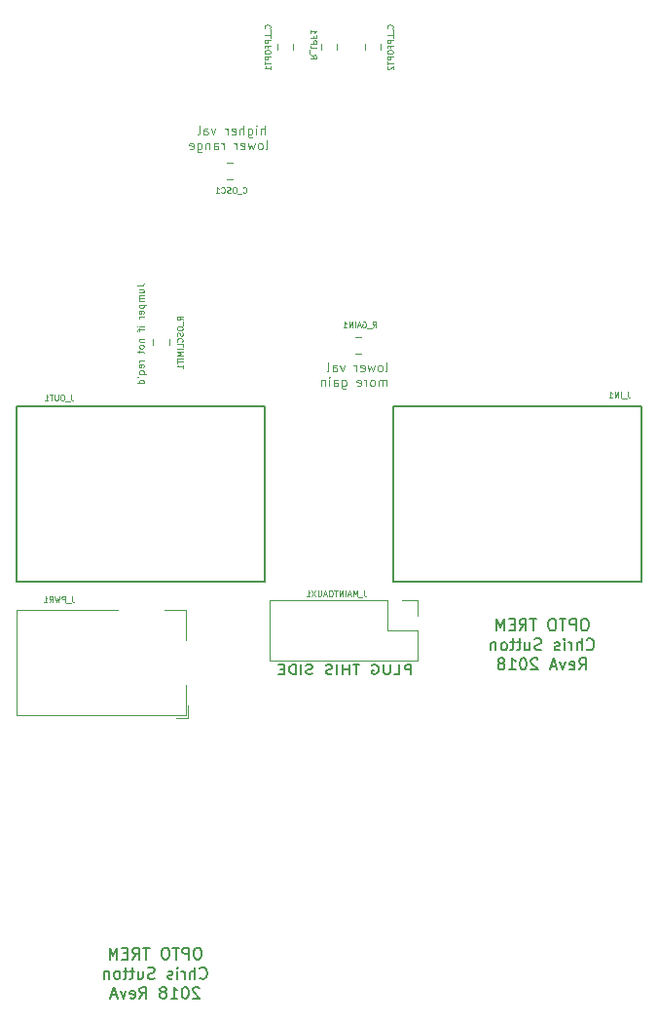
<source format=gbr>
G04 #@! TF.GenerationSoftware,KiCad,Pcbnew,(5.0.0-3-g5ebb6b6)*
G04 #@! TF.CreationDate,2018-11-10T02:34:20+00:00*
G04 #@! TF.ProjectId,555PWMTremolo,35353550574D5472656D6F6C6F2E6B69,rev?*
G04 #@! TF.SameCoordinates,Original*
G04 #@! TF.FileFunction,Legend,Bot*
G04 #@! TF.FilePolarity,Positive*
%FSLAX46Y46*%
G04 Gerber Fmt 4.6, Leading zero omitted, Abs format (unit mm)*
G04 Created by KiCad (PCBNEW (5.0.0-3-g5ebb6b6)) date Saturday, 10 November 2018 at 02:34:20*
%MOMM*%
%LPD*%
G01*
G04 APERTURE LIST*
%ADD10C,0.100000*%
%ADD11C,0.200000*%
%ADD12C,0.120000*%
%ADD13C,0.150000*%
%ADD14C,0.125000*%
G04 APERTURE END LIST*
D10*
X75043904Y-86833904D02*
X75043904Y-86033904D01*
X74701047Y-86833904D02*
X74701047Y-86414857D01*
X74739142Y-86338666D01*
X74815333Y-86300571D01*
X74929619Y-86300571D01*
X75005809Y-86338666D01*
X75043904Y-86376761D01*
X74320095Y-86833904D02*
X74320095Y-86300571D01*
X74320095Y-86033904D02*
X74358190Y-86072000D01*
X74320095Y-86110095D01*
X74282000Y-86072000D01*
X74320095Y-86033904D01*
X74320095Y-86110095D01*
X73596285Y-86300571D02*
X73596285Y-86948190D01*
X73634380Y-87024380D01*
X73672476Y-87062476D01*
X73748666Y-87100571D01*
X73862952Y-87100571D01*
X73939142Y-87062476D01*
X73596285Y-86795809D02*
X73672476Y-86833904D01*
X73824857Y-86833904D01*
X73901047Y-86795809D01*
X73939142Y-86757714D01*
X73977238Y-86681523D01*
X73977238Y-86452952D01*
X73939142Y-86376761D01*
X73901047Y-86338666D01*
X73824857Y-86300571D01*
X73672476Y-86300571D01*
X73596285Y-86338666D01*
X73215333Y-86833904D02*
X73215333Y-86033904D01*
X72872476Y-86833904D02*
X72872476Y-86414857D01*
X72910571Y-86338666D01*
X72986761Y-86300571D01*
X73101047Y-86300571D01*
X73177238Y-86338666D01*
X73215333Y-86376761D01*
X72186761Y-86795809D02*
X72262952Y-86833904D01*
X72415333Y-86833904D01*
X72491523Y-86795809D01*
X72529619Y-86719619D01*
X72529619Y-86414857D01*
X72491523Y-86338666D01*
X72415333Y-86300571D01*
X72262952Y-86300571D01*
X72186761Y-86338666D01*
X72148666Y-86414857D01*
X72148666Y-86491047D01*
X72529619Y-86567238D01*
X71805809Y-86833904D02*
X71805809Y-86300571D01*
X71805809Y-86452952D02*
X71767714Y-86376761D01*
X71729619Y-86338666D01*
X71653428Y-86300571D01*
X71577238Y-86300571D01*
X70777238Y-86300571D02*
X70586761Y-86833904D01*
X70396285Y-86300571D01*
X69748666Y-86833904D02*
X69748666Y-86414857D01*
X69786761Y-86338666D01*
X69862952Y-86300571D01*
X70015333Y-86300571D01*
X70091523Y-86338666D01*
X69748666Y-86795809D02*
X69824857Y-86833904D01*
X70015333Y-86833904D01*
X70091523Y-86795809D01*
X70129619Y-86719619D01*
X70129619Y-86643428D01*
X70091523Y-86567238D01*
X70015333Y-86529142D01*
X69824857Y-86529142D01*
X69748666Y-86491047D01*
X69253428Y-86833904D02*
X69329619Y-86795809D01*
X69367714Y-86719619D01*
X69367714Y-86033904D01*
X75139142Y-88133904D02*
X75215333Y-88095809D01*
X75253428Y-88019619D01*
X75253428Y-87333904D01*
X74720095Y-88133904D02*
X74796285Y-88095809D01*
X74834380Y-88057714D01*
X74872476Y-87981523D01*
X74872476Y-87752952D01*
X74834380Y-87676761D01*
X74796285Y-87638666D01*
X74720095Y-87600571D01*
X74605809Y-87600571D01*
X74529619Y-87638666D01*
X74491523Y-87676761D01*
X74453428Y-87752952D01*
X74453428Y-87981523D01*
X74491523Y-88057714D01*
X74529619Y-88095809D01*
X74605809Y-88133904D01*
X74720095Y-88133904D01*
X74186761Y-87600571D02*
X74034380Y-88133904D01*
X73882000Y-87752952D01*
X73729619Y-88133904D01*
X73577238Y-87600571D01*
X72967714Y-88095809D02*
X73043904Y-88133904D01*
X73196285Y-88133904D01*
X73272476Y-88095809D01*
X73310571Y-88019619D01*
X73310571Y-87714857D01*
X73272476Y-87638666D01*
X73196285Y-87600571D01*
X73043904Y-87600571D01*
X72967714Y-87638666D01*
X72929619Y-87714857D01*
X72929619Y-87791047D01*
X73310571Y-87867238D01*
X72586761Y-88133904D02*
X72586761Y-87600571D01*
X72586761Y-87752952D02*
X72548666Y-87676761D01*
X72510571Y-87638666D01*
X72434380Y-87600571D01*
X72358190Y-87600571D01*
X71482000Y-88133904D02*
X71482000Y-87600571D01*
X71482000Y-87752952D02*
X71443904Y-87676761D01*
X71405809Y-87638666D01*
X71329619Y-87600571D01*
X71253428Y-87600571D01*
X70643904Y-88133904D02*
X70643904Y-87714857D01*
X70682000Y-87638666D01*
X70758190Y-87600571D01*
X70910571Y-87600571D01*
X70986761Y-87638666D01*
X70643904Y-88095809D02*
X70720095Y-88133904D01*
X70910571Y-88133904D01*
X70986761Y-88095809D01*
X71024857Y-88019619D01*
X71024857Y-87943428D01*
X70986761Y-87867238D01*
X70910571Y-87829142D01*
X70720095Y-87829142D01*
X70643904Y-87791047D01*
X70262952Y-87600571D02*
X70262952Y-88133904D01*
X70262952Y-87676761D02*
X70224857Y-87638666D01*
X70148666Y-87600571D01*
X70034380Y-87600571D01*
X69958190Y-87638666D01*
X69920095Y-87714857D01*
X69920095Y-88133904D01*
X69196285Y-87600571D02*
X69196285Y-88248190D01*
X69234380Y-88324380D01*
X69272476Y-88362476D01*
X69348666Y-88400571D01*
X69462952Y-88400571D01*
X69539142Y-88362476D01*
X69196285Y-88095809D02*
X69272476Y-88133904D01*
X69424857Y-88133904D01*
X69501047Y-88095809D01*
X69539142Y-88057714D01*
X69577238Y-87981523D01*
X69577238Y-87752952D01*
X69539142Y-87676761D01*
X69501047Y-87638666D01*
X69424857Y-87600571D01*
X69272476Y-87600571D01*
X69196285Y-87638666D01*
X68510571Y-88095809D02*
X68586761Y-88133904D01*
X68739142Y-88133904D01*
X68815333Y-88095809D01*
X68853428Y-88019619D01*
X68853428Y-87714857D01*
X68815333Y-87638666D01*
X68739142Y-87600571D01*
X68586761Y-87600571D01*
X68510571Y-87638666D01*
X68472476Y-87714857D01*
X68472476Y-87791047D01*
X68853428Y-87867238D01*
X85565904Y-107407904D02*
X85642095Y-107369809D01*
X85680190Y-107293619D01*
X85680190Y-106607904D01*
X85146857Y-107407904D02*
X85223047Y-107369809D01*
X85261142Y-107331714D01*
X85299238Y-107255523D01*
X85299238Y-107026952D01*
X85261142Y-106950761D01*
X85223047Y-106912666D01*
X85146857Y-106874571D01*
X85032571Y-106874571D01*
X84956380Y-106912666D01*
X84918285Y-106950761D01*
X84880190Y-107026952D01*
X84880190Y-107255523D01*
X84918285Y-107331714D01*
X84956380Y-107369809D01*
X85032571Y-107407904D01*
X85146857Y-107407904D01*
X84613523Y-106874571D02*
X84461142Y-107407904D01*
X84308761Y-107026952D01*
X84156380Y-107407904D01*
X84004000Y-106874571D01*
X83394476Y-107369809D02*
X83470666Y-107407904D01*
X83623047Y-107407904D01*
X83699238Y-107369809D01*
X83737333Y-107293619D01*
X83737333Y-106988857D01*
X83699238Y-106912666D01*
X83623047Y-106874571D01*
X83470666Y-106874571D01*
X83394476Y-106912666D01*
X83356380Y-106988857D01*
X83356380Y-107065047D01*
X83737333Y-107141238D01*
X83013523Y-107407904D02*
X83013523Y-106874571D01*
X83013523Y-107026952D02*
X82975428Y-106950761D01*
X82937333Y-106912666D01*
X82861142Y-106874571D01*
X82784952Y-106874571D01*
X81984952Y-106874571D02*
X81794476Y-107407904D01*
X81604000Y-106874571D01*
X80956380Y-107407904D02*
X80956380Y-106988857D01*
X80994476Y-106912666D01*
X81070666Y-106874571D01*
X81223047Y-106874571D01*
X81299238Y-106912666D01*
X80956380Y-107369809D02*
X81032571Y-107407904D01*
X81223047Y-107407904D01*
X81299238Y-107369809D01*
X81337333Y-107293619D01*
X81337333Y-107217428D01*
X81299238Y-107141238D01*
X81223047Y-107103142D01*
X81032571Y-107103142D01*
X80956380Y-107065047D01*
X80461142Y-107407904D02*
X80537333Y-107369809D01*
X80575428Y-107293619D01*
X80575428Y-106607904D01*
X85680190Y-108707904D02*
X85680190Y-108174571D01*
X85680190Y-108250761D02*
X85642095Y-108212666D01*
X85565904Y-108174571D01*
X85451619Y-108174571D01*
X85375428Y-108212666D01*
X85337333Y-108288857D01*
X85337333Y-108707904D01*
X85337333Y-108288857D02*
X85299238Y-108212666D01*
X85223047Y-108174571D01*
X85108761Y-108174571D01*
X85032571Y-108212666D01*
X84994476Y-108288857D01*
X84994476Y-108707904D01*
X84499238Y-108707904D02*
X84575428Y-108669809D01*
X84613523Y-108631714D01*
X84651619Y-108555523D01*
X84651619Y-108326952D01*
X84613523Y-108250761D01*
X84575428Y-108212666D01*
X84499238Y-108174571D01*
X84384952Y-108174571D01*
X84308761Y-108212666D01*
X84270666Y-108250761D01*
X84232571Y-108326952D01*
X84232571Y-108555523D01*
X84270666Y-108631714D01*
X84308761Y-108669809D01*
X84384952Y-108707904D01*
X84499238Y-108707904D01*
X83889714Y-108707904D02*
X83889714Y-108174571D01*
X83889714Y-108326952D02*
X83851619Y-108250761D01*
X83813523Y-108212666D01*
X83737333Y-108174571D01*
X83661142Y-108174571D01*
X83089714Y-108669809D02*
X83165904Y-108707904D01*
X83318285Y-108707904D01*
X83394476Y-108669809D01*
X83432571Y-108593619D01*
X83432571Y-108288857D01*
X83394476Y-108212666D01*
X83318285Y-108174571D01*
X83165904Y-108174571D01*
X83089714Y-108212666D01*
X83051619Y-108288857D01*
X83051619Y-108365047D01*
X83432571Y-108441238D01*
X81756380Y-108174571D02*
X81756380Y-108822190D01*
X81794476Y-108898380D01*
X81832571Y-108936476D01*
X81908761Y-108974571D01*
X82023047Y-108974571D01*
X82099238Y-108936476D01*
X81756380Y-108669809D02*
X81832571Y-108707904D01*
X81984952Y-108707904D01*
X82061142Y-108669809D01*
X82099238Y-108631714D01*
X82137333Y-108555523D01*
X82137333Y-108326952D01*
X82099238Y-108250761D01*
X82061142Y-108212666D01*
X81984952Y-108174571D01*
X81832571Y-108174571D01*
X81756380Y-108212666D01*
X81032571Y-108707904D02*
X81032571Y-108288857D01*
X81070666Y-108212666D01*
X81146857Y-108174571D01*
X81299238Y-108174571D01*
X81375428Y-108212666D01*
X81032571Y-108669809D02*
X81108761Y-108707904D01*
X81299238Y-108707904D01*
X81375428Y-108669809D01*
X81413523Y-108593619D01*
X81413523Y-108517428D01*
X81375428Y-108441238D01*
X81299238Y-108403142D01*
X81108761Y-108403142D01*
X81032571Y-108365047D01*
X80651619Y-108707904D02*
X80651619Y-108174571D01*
X80651619Y-107907904D02*
X80689714Y-107946000D01*
X80651619Y-107984095D01*
X80613523Y-107946000D01*
X80651619Y-107907904D01*
X80651619Y-107984095D01*
X80270666Y-108174571D02*
X80270666Y-108707904D01*
X80270666Y-108250761D02*
X80232571Y-108212666D01*
X80156380Y-108174571D01*
X80042095Y-108174571D01*
X79965904Y-108212666D01*
X79927809Y-108288857D01*
X79927809Y-108707904D01*
X63933428Y-99997142D02*
X64362000Y-99997142D01*
X64447714Y-99968571D01*
X64504857Y-99911428D01*
X64533428Y-99825714D01*
X64533428Y-99768571D01*
X64133428Y-100540000D02*
X64533428Y-100540000D01*
X64133428Y-100282857D02*
X64447714Y-100282857D01*
X64504857Y-100311428D01*
X64533428Y-100368571D01*
X64533428Y-100454285D01*
X64504857Y-100511428D01*
X64476285Y-100540000D01*
X64533428Y-100825714D02*
X64133428Y-100825714D01*
X64190571Y-100825714D02*
X64162000Y-100854285D01*
X64133428Y-100911428D01*
X64133428Y-100997142D01*
X64162000Y-101054285D01*
X64219142Y-101082857D01*
X64533428Y-101082857D01*
X64219142Y-101082857D02*
X64162000Y-101111428D01*
X64133428Y-101168571D01*
X64133428Y-101254285D01*
X64162000Y-101311428D01*
X64219142Y-101340000D01*
X64533428Y-101340000D01*
X64133428Y-101625714D02*
X64733428Y-101625714D01*
X64162000Y-101625714D02*
X64133428Y-101682857D01*
X64133428Y-101797142D01*
X64162000Y-101854285D01*
X64190571Y-101882857D01*
X64247714Y-101911428D01*
X64419142Y-101911428D01*
X64476285Y-101882857D01*
X64504857Y-101854285D01*
X64533428Y-101797142D01*
X64533428Y-101682857D01*
X64504857Y-101625714D01*
X64504857Y-102397142D02*
X64533428Y-102340000D01*
X64533428Y-102225714D01*
X64504857Y-102168571D01*
X64447714Y-102140000D01*
X64219142Y-102140000D01*
X64162000Y-102168571D01*
X64133428Y-102225714D01*
X64133428Y-102340000D01*
X64162000Y-102397142D01*
X64219142Y-102425714D01*
X64276285Y-102425714D01*
X64333428Y-102140000D01*
X64533428Y-102682857D02*
X64133428Y-102682857D01*
X64247714Y-102682857D02*
X64190571Y-102711428D01*
X64162000Y-102740000D01*
X64133428Y-102797142D01*
X64133428Y-102854285D01*
X64533428Y-103511428D02*
X64133428Y-103511428D01*
X63933428Y-103511428D02*
X63962000Y-103482857D01*
X63990571Y-103511428D01*
X63962000Y-103540000D01*
X63933428Y-103511428D01*
X63990571Y-103511428D01*
X64133428Y-103711428D02*
X64133428Y-103940000D01*
X64533428Y-103797142D02*
X64019142Y-103797142D01*
X63962000Y-103825714D01*
X63933428Y-103882857D01*
X63933428Y-103940000D01*
X64133428Y-104597142D02*
X64533428Y-104597142D01*
X64190571Y-104597142D02*
X64162000Y-104625714D01*
X64133428Y-104682857D01*
X64133428Y-104768571D01*
X64162000Y-104825714D01*
X64219142Y-104854285D01*
X64533428Y-104854285D01*
X64533428Y-105225714D02*
X64504857Y-105168571D01*
X64476285Y-105140000D01*
X64419142Y-105111428D01*
X64247714Y-105111428D01*
X64190571Y-105140000D01*
X64162000Y-105168571D01*
X64133428Y-105225714D01*
X64133428Y-105311428D01*
X64162000Y-105368571D01*
X64190571Y-105397142D01*
X64247714Y-105425714D01*
X64419142Y-105425714D01*
X64476285Y-105397142D01*
X64504857Y-105368571D01*
X64533428Y-105311428D01*
X64533428Y-105225714D01*
X64133428Y-105597142D02*
X64133428Y-105825714D01*
X63933428Y-105682857D02*
X64447714Y-105682857D01*
X64504857Y-105711428D01*
X64533428Y-105768571D01*
X64533428Y-105825714D01*
X64533428Y-106482857D02*
X64133428Y-106482857D01*
X64247714Y-106482857D02*
X64190571Y-106511428D01*
X64162000Y-106540000D01*
X64133428Y-106597142D01*
X64133428Y-106654285D01*
X64504857Y-107082857D02*
X64533428Y-107025714D01*
X64533428Y-106911428D01*
X64504857Y-106854285D01*
X64447714Y-106825714D01*
X64219142Y-106825714D01*
X64162000Y-106854285D01*
X64133428Y-106911428D01*
X64133428Y-107025714D01*
X64162000Y-107082857D01*
X64219142Y-107111428D01*
X64276285Y-107111428D01*
X64333428Y-106825714D01*
X64133428Y-107625714D02*
X64733428Y-107625714D01*
X64504857Y-107625714D02*
X64533428Y-107568571D01*
X64533428Y-107454285D01*
X64504857Y-107397142D01*
X64476285Y-107368571D01*
X64419142Y-107340000D01*
X64247714Y-107340000D01*
X64190571Y-107368571D01*
X64162000Y-107397142D01*
X64133428Y-107454285D01*
X64133428Y-107568571D01*
X64162000Y-107625714D01*
X63933428Y-107940000D02*
X63962000Y-107940000D01*
X64019142Y-107911428D01*
X64047714Y-107882857D01*
X64533428Y-108454285D02*
X63933428Y-108454285D01*
X64504857Y-108454285D02*
X64533428Y-108397142D01*
X64533428Y-108282857D01*
X64504857Y-108225714D01*
X64476285Y-108197142D01*
X64419142Y-108168571D01*
X64247714Y-108168571D01*
X64190571Y-108197142D01*
X64162000Y-108225714D01*
X64133428Y-108282857D01*
X64133428Y-108397142D01*
X64162000Y-108454285D01*
D11*
X87780095Y-133711904D02*
X87780095Y-132911904D01*
X87399142Y-132911904D01*
X87303904Y-132950000D01*
X87256285Y-132988095D01*
X87208666Y-133064285D01*
X87208666Y-133178571D01*
X87256285Y-133254761D01*
X87303904Y-133292857D01*
X87399142Y-133330952D01*
X87780095Y-133330952D01*
X86303904Y-133711904D02*
X86780095Y-133711904D01*
X86780095Y-132911904D01*
X85970571Y-132911904D02*
X85970571Y-133559523D01*
X85922952Y-133635714D01*
X85875333Y-133673809D01*
X85780095Y-133711904D01*
X85589619Y-133711904D01*
X85494380Y-133673809D01*
X85446761Y-133635714D01*
X85399142Y-133559523D01*
X85399142Y-132911904D01*
X84399142Y-132950000D02*
X84494380Y-132911904D01*
X84637238Y-132911904D01*
X84780095Y-132950000D01*
X84875333Y-133026190D01*
X84922952Y-133102380D01*
X84970571Y-133254761D01*
X84970571Y-133369047D01*
X84922952Y-133521428D01*
X84875333Y-133597619D01*
X84780095Y-133673809D01*
X84637238Y-133711904D01*
X84542000Y-133711904D01*
X84399142Y-133673809D01*
X84351523Y-133635714D01*
X84351523Y-133369047D01*
X84542000Y-133369047D01*
X83303904Y-132911904D02*
X82732476Y-132911904D01*
X83018190Y-133711904D02*
X83018190Y-132911904D01*
X82399142Y-133711904D02*
X82399142Y-132911904D01*
X82399142Y-133292857D02*
X81827714Y-133292857D01*
X81827714Y-133711904D02*
X81827714Y-132911904D01*
X81351523Y-133711904D02*
X81351523Y-132911904D01*
X80922952Y-133673809D02*
X80780095Y-133711904D01*
X80542000Y-133711904D01*
X80446761Y-133673809D01*
X80399142Y-133635714D01*
X80351523Y-133559523D01*
X80351523Y-133483333D01*
X80399142Y-133407142D01*
X80446761Y-133369047D01*
X80542000Y-133330952D01*
X80732476Y-133292857D01*
X80827714Y-133254761D01*
X80875333Y-133216666D01*
X80922952Y-133140476D01*
X80922952Y-133064285D01*
X80875333Y-132988095D01*
X80827714Y-132950000D01*
X80732476Y-132911904D01*
X80494380Y-132911904D01*
X80351523Y-132950000D01*
X79208666Y-133673809D02*
X79065809Y-133711904D01*
X78827714Y-133711904D01*
X78732476Y-133673809D01*
X78684857Y-133635714D01*
X78637238Y-133559523D01*
X78637238Y-133483333D01*
X78684857Y-133407142D01*
X78732476Y-133369047D01*
X78827714Y-133330952D01*
X79018190Y-133292857D01*
X79113428Y-133254761D01*
X79161047Y-133216666D01*
X79208666Y-133140476D01*
X79208666Y-133064285D01*
X79161047Y-132988095D01*
X79113428Y-132950000D01*
X79018190Y-132911904D01*
X78780095Y-132911904D01*
X78637238Y-132950000D01*
X78208666Y-133711904D02*
X78208666Y-132911904D01*
X77732476Y-133711904D02*
X77732476Y-132911904D01*
X77494380Y-132911904D01*
X77351523Y-132950000D01*
X77256285Y-133026190D01*
X77208666Y-133102380D01*
X77161047Y-133254761D01*
X77161047Y-133369047D01*
X77208666Y-133521428D01*
X77256285Y-133597619D01*
X77351523Y-133673809D01*
X77494380Y-133711904D01*
X77732476Y-133711904D01*
X76732476Y-133292857D02*
X76399142Y-133292857D01*
X76256285Y-133711904D02*
X76732476Y-133711904D01*
X76732476Y-132911904D01*
X76256285Y-132911904D01*
X102972714Y-128943380D02*
X102782238Y-128943380D01*
X102687000Y-128991000D01*
X102591761Y-129086238D01*
X102544142Y-129276714D01*
X102544142Y-129610047D01*
X102591761Y-129800523D01*
X102687000Y-129895761D01*
X102782238Y-129943380D01*
X102972714Y-129943380D01*
X103067952Y-129895761D01*
X103163190Y-129800523D01*
X103210809Y-129610047D01*
X103210809Y-129276714D01*
X103163190Y-129086238D01*
X103067952Y-128991000D01*
X102972714Y-128943380D01*
X102115571Y-129943380D02*
X102115571Y-128943380D01*
X101734619Y-128943380D01*
X101639380Y-128991000D01*
X101591761Y-129038619D01*
X101544142Y-129133857D01*
X101544142Y-129276714D01*
X101591761Y-129371952D01*
X101639380Y-129419571D01*
X101734619Y-129467190D01*
X102115571Y-129467190D01*
X101258428Y-128943380D02*
X100687000Y-128943380D01*
X100972714Y-129943380D02*
X100972714Y-128943380D01*
X100163190Y-128943380D02*
X99972714Y-128943380D01*
X99877476Y-128991000D01*
X99782238Y-129086238D01*
X99734619Y-129276714D01*
X99734619Y-129610047D01*
X99782238Y-129800523D01*
X99877476Y-129895761D01*
X99972714Y-129943380D01*
X100163190Y-129943380D01*
X100258428Y-129895761D01*
X100353666Y-129800523D01*
X100401285Y-129610047D01*
X100401285Y-129276714D01*
X100353666Y-129086238D01*
X100258428Y-128991000D01*
X100163190Y-128943380D01*
X98687000Y-128943380D02*
X98115571Y-128943380D01*
X98401285Y-129943380D02*
X98401285Y-128943380D01*
X97210809Y-129943380D02*
X97544142Y-129467190D01*
X97782238Y-129943380D02*
X97782238Y-128943380D01*
X97401285Y-128943380D01*
X97306047Y-128991000D01*
X97258428Y-129038619D01*
X97210809Y-129133857D01*
X97210809Y-129276714D01*
X97258428Y-129371952D01*
X97306047Y-129419571D01*
X97401285Y-129467190D01*
X97782238Y-129467190D01*
X96782238Y-129419571D02*
X96448904Y-129419571D01*
X96306047Y-129943380D02*
X96782238Y-129943380D01*
X96782238Y-128943380D01*
X96306047Y-128943380D01*
X95877476Y-129943380D02*
X95877476Y-128943380D01*
X95544142Y-129657666D01*
X95210809Y-128943380D01*
X95210809Y-129943380D01*
X103067952Y-131548142D02*
X103115571Y-131595761D01*
X103258428Y-131643380D01*
X103353666Y-131643380D01*
X103496523Y-131595761D01*
X103591761Y-131500523D01*
X103639380Y-131405285D01*
X103687000Y-131214809D01*
X103687000Y-131071952D01*
X103639380Y-130881476D01*
X103591761Y-130786238D01*
X103496523Y-130691000D01*
X103353666Y-130643380D01*
X103258428Y-130643380D01*
X103115571Y-130691000D01*
X103067952Y-130738619D01*
X102639380Y-131643380D02*
X102639380Y-130643380D01*
X102210809Y-131643380D02*
X102210809Y-131119571D01*
X102258428Y-131024333D01*
X102353666Y-130976714D01*
X102496523Y-130976714D01*
X102591761Y-131024333D01*
X102639380Y-131071952D01*
X101734619Y-131643380D02*
X101734619Y-130976714D01*
X101734619Y-131167190D02*
X101687000Y-131071952D01*
X101639380Y-131024333D01*
X101544142Y-130976714D01*
X101448904Y-130976714D01*
X101115571Y-131643380D02*
X101115571Y-130976714D01*
X101115571Y-130643380D02*
X101163190Y-130691000D01*
X101115571Y-130738619D01*
X101067952Y-130691000D01*
X101115571Y-130643380D01*
X101115571Y-130738619D01*
X100687000Y-131595761D02*
X100591761Y-131643380D01*
X100401285Y-131643380D01*
X100306047Y-131595761D01*
X100258428Y-131500523D01*
X100258428Y-131452904D01*
X100306047Y-131357666D01*
X100401285Y-131310047D01*
X100544142Y-131310047D01*
X100639380Y-131262428D01*
X100687000Y-131167190D01*
X100687000Y-131119571D01*
X100639380Y-131024333D01*
X100544142Y-130976714D01*
X100401285Y-130976714D01*
X100306047Y-131024333D01*
X99115571Y-131595761D02*
X98972714Y-131643380D01*
X98734619Y-131643380D01*
X98639380Y-131595761D01*
X98591761Y-131548142D01*
X98544142Y-131452904D01*
X98544142Y-131357666D01*
X98591761Y-131262428D01*
X98639380Y-131214809D01*
X98734619Y-131167190D01*
X98925095Y-131119571D01*
X99020333Y-131071952D01*
X99067952Y-131024333D01*
X99115571Y-130929095D01*
X99115571Y-130833857D01*
X99067952Y-130738619D01*
X99020333Y-130691000D01*
X98925095Y-130643380D01*
X98687000Y-130643380D01*
X98544142Y-130691000D01*
X97687000Y-130976714D02*
X97687000Y-131643380D01*
X98115571Y-130976714D02*
X98115571Y-131500523D01*
X98067952Y-131595761D01*
X97972714Y-131643380D01*
X97829857Y-131643380D01*
X97734619Y-131595761D01*
X97687000Y-131548142D01*
X97353666Y-130976714D02*
X96972714Y-130976714D01*
X97210809Y-130643380D02*
X97210809Y-131500523D01*
X97163190Y-131595761D01*
X97067952Y-131643380D01*
X96972714Y-131643380D01*
X96782238Y-130976714D02*
X96401285Y-130976714D01*
X96639380Y-130643380D02*
X96639380Y-131500523D01*
X96591761Y-131595761D01*
X96496523Y-131643380D01*
X96401285Y-131643380D01*
X95925095Y-131643380D02*
X96020333Y-131595761D01*
X96067952Y-131548142D01*
X96115571Y-131452904D01*
X96115571Y-131167190D01*
X96067952Y-131071952D01*
X96020333Y-131024333D01*
X95925095Y-130976714D01*
X95782238Y-130976714D01*
X95687000Y-131024333D01*
X95639380Y-131071952D01*
X95591761Y-131167190D01*
X95591761Y-131452904D01*
X95639380Y-131548142D01*
X95687000Y-131595761D01*
X95782238Y-131643380D01*
X95925095Y-131643380D01*
X95163190Y-130976714D02*
X95163190Y-131643380D01*
X95163190Y-131071952D02*
X95115571Y-131024333D01*
X95020333Y-130976714D01*
X94877476Y-130976714D01*
X94782238Y-131024333D01*
X94734619Y-131119571D01*
X94734619Y-131643380D01*
X102401285Y-133343380D02*
X102734619Y-132867190D01*
X102972714Y-133343380D02*
X102972714Y-132343380D01*
X102591761Y-132343380D01*
X102496523Y-132391000D01*
X102448904Y-132438619D01*
X102401285Y-132533857D01*
X102401285Y-132676714D01*
X102448904Y-132771952D01*
X102496523Y-132819571D01*
X102591761Y-132867190D01*
X102972714Y-132867190D01*
X101591761Y-133295761D02*
X101687000Y-133343380D01*
X101877476Y-133343380D01*
X101972714Y-133295761D01*
X102020333Y-133200523D01*
X102020333Y-132819571D01*
X101972714Y-132724333D01*
X101877476Y-132676714D01*
X101687000Y-132676714D01*
X101591761Y-132724333D01*
X101544142Y-132819571D01*
X101544142Y-132914809D01*
X102020333Y-133010047D01*
X101210809Y-132676714D02*
X100972714Y-133343380D01*
X100734619Y-132676714D01*
X100401285Y-133057666D02*
X99925095Y-133057666D01*
X100496523Y-133343380D02*
X100163190Y-132343380D01*
X99829857Y-133343380D01*
X98782238Y-132438619D02*
X98734619Y-132391000D01*
X98639380Y-132343380D01*
X98401285Y-132343380D01*
X98306047Y-132391000D01*
X98258428Y-132438619D01*
X98210809Y-132533857D01*
X98210809Y-132629095D01*
X98258428Y-132771952D01*
X98829857Y-133343380D01*
X98210809Y-133343380D01*
X97591761Y-132343380D02*
X97496523Y-132343380D01*
X97401285Y-132391000D01*
X97353666Y-132438619D01*
X97306047Y-132533857D01*
X97258428Y-132724333D01*
X97258428Y-132962428D01*
X97306047Y-133152904D01*
X97353666Y-133248142D01*
X97401285Y-133295761D01*
X97496523Y-133343380D01*
X97591761Y-133343380D01*
X97687000Y-133295761D01*
X97734619Y-133248142D01*
X97782238Y-133152904D01*
X97829857Y-132962428D01*
X97829857Y-132724333D01*
X97782238Y-132533857D01*
X97734619Y-132438619D01*
X97687000Y-132391000D01*
X97591761Y-132343380D01*
X96306047Y-133343380D02*
X96877476Y-133343380D01*
X96591761Y-133343380D02*
X96591761Y-132343380D01*
X96687000Y-132486238D01*
X96782238Y-132581476D01*
X96877476Y-132629095D01*
X95734619Y-132771952D02*
X95829857Y-132724333D01*
X95877476Y-132676714D01*
X95925095Y-132581476D01*
X95925095Y-132533857D01*
X95877476Y-132438619D01*
X95829857Y-132391000D01*
X95734619Y-132343380D01*
X95544142Y-132343380D01*
X95448904Y-132391000D01*
X95401285Y-132438619D01*
X95353666Y-132533857D01*
X95353666Y-132581476D01*
X95401285Y-132676714D01*
X95448904Y-132724333D01*
X95544142Y-132771952D01*
X95734619Y-132771952D01*
X95829857Y-132819571D01*
X95877476Y-132867190D01*
X95925095Y-132962428D01*
X95925095Y-133152904D01*
X95877476Y-133248142D01*
X95829857Y-133295761D01*
X95734619Y-133343380D01*
X95544142Y-133343380D01*
X95448904Y-133295761D01*
X95401285Y-133248142D01*
X95353666Y-133152904D01*
X95353666Y-132962428D01*
X95401285Y-132867190D01*
X95448904Y-132819571D01*
X95544142Y-132771952D01*
X69317714Y-157518380D02*
X69127238Y-157518380D01*
X69032000Y-157566000D01*
X68936761Y-157661238D01*
X68889142Y-157851714D01*
X68889142Y-158185047D01*
X68936761Y-158375523D01*
X69032000Y-158470761D01*
X69127238Y-158518380D01*
X69317714Y-158518380D01*
X69412952Y-158470761D01*
X69508190Y-158375523D01*
X69555809Y-158185047D01*
X69555809Y-157851714D01*
X69508190Y-157661238D01*
X69412952Y-157566000D01*
X69317714Y-157518380D01*
X68460571Y-158518380D02*
X68460571Y-157518380D01*
X68079619Y-157518380D01*
X67984380Y-157566000D01*
X67936761Y-157613619D01*
X67889142Y-157708857D01*
X67889142Y-157851714D01*
X67936761Y-157946952D01*
X67984380Y-157994571D01*
X68079619Y-158042190D01*
X68460571Y-158042190D01*
X67603428Y-157518380D02*
X67032000Y-157518380D01*
X67317714Y-158518380D02*
X67317714Y-157518380D01*
X66508190Y-157518380D02*
X66317714Y-157518380D01*
X66222476Y-157566000D01*
X66127238Y-157661238D01*
X66079619Y-157851714D01*
X66079619Y-158185047D01*
X66127238Y-158375523D01*
X66222476Y-158470761D01*
X66317714Y-158518380D01*
X66508190Y-158518380D01*
X66603428Y-158470761D01*
X66698666Y-158375523D01*
X66746285Y-158185047D01*
X66746285Y-157851714D01*
X66698666Y-157661238D01*
X66603428Y-157566000D01*
X66508190Y-157518380D01*
X65032000Y-157518380D02*
X64460571Y-157518380D01*
X64746285Y-158518380D02*
X64746285Y-157518380D01*
X63555809Y-158518380D02*
X63889142Y-158042190D01*
X64127238Y-158518380D02*
X64127238Y-157518380D01*
X63746285Y-157518380D01*
X63651047Y-157566000D01*
X63603428Y-157613619D01*
X63555809Y-157708857D01*
X63555809Y-157851714D01*
X63603428Y-157946952D01*
X63651047Y-157994571D01*
X63746285Y-158042190D01*
X64127238Y-158042190D01*
X63127238Y-157994571D02*
X62793904Y-157994571D01*
X62651047Y-158518380D02*
X63127238Y-158518380D01*
X63127238Y-157518380D01*
X62651047Y-157518380D01*
X62222476Y-158518380D02*
X62222476Y-157518380D01*
X61889142Y-158232666D01*
X61555809Y-157518380D01*
X61555809Y-158518380D01*
X69412952Y-160123142D02*
X69460571Y-160170761D01*
X69603428Y-160218380D01*
X69698666Y-160218380D01*
X69841523Y-160170761D01*
X69936761Y-160075523D01*
X69984380Y-159980285D01*
X70032000Y-159789809D01*
X70032000Y-159646952D01*
X69984380Y-159456476D01*
X69936761Y-159361238D01*
X69841523Y-159266000D01*
X69698666Y-159218380D01*
X69603428Y-159218380D01*
X69460571Y-159266000D01*
X69412952Y-159313619D01*
X68984380Y-160218380D02*
X68984380Y-159218380D01*
X68555809Y-160218380D02*
X68555809Y-159694571D01*
X68603428Y-159599333D01*
X68698666Y-159551714D01*
X68841523Y-159551714D01*
X68936761Y-159599333D01*
X68984380Y-159646952D01*
X68079619Y-160218380D02*
X68079619Y-159551714D01*
X68079619Y-159742190D02*
X68032000Y-159646952D01*
X67984380Y-159599333D01*
X67889142Y-159551714D01*
X67793904Y-159551714D01*
X67460571Y-160218380D02*
X67460571Y-159551714D01*
X67460571Y-159218380D02*
X67508190Y-159266000D01*
X67460571Y-159313619D01*
X67412952Y-159266000D01*
X67460571Y-159218380D01*
X67460571Y-159313619D01*
X67032000Y-160170761D02*
X66936761Y-160218380D01*
X66746285Y-160218380D01*
X66651047Y-160170761D01*
X66603428Y-160075523D01*
X66603428Y-160027904D01*
X66651047Y-159932666D01*
X66746285Y-159885047D01*
X66889142Y-159885047D01*
X66984380Y-159837428D01*
X67032000Y-159742190D01*
X67032000Y-159694571D01*
X66984380Y-159599333D01*
X66889142Y-159551714D01*
X66746285Y-159551714D01*
X66651047Y-159599333D01*
X65460571Y-160170761D02*
X65317714Y-160218380D01*
X65079619Y-160218380D01*
X64984380Y-160170761D01*
X64936761Y-160123142D01*
X64889142Y-160027904D01*
X64889142Y-159932666D01*
X64936761Y-159837428D01*
X64984380Y-159789809D01*
X65079619Y-159742190D01*
X65270095Y-159694571D01*
X65365333Y-159646952D01*
X65412952Y-159599333D01*
X65460571Y-159504095D01*
X65460571Y-159408857D01*
X65412952Y-159313619D01*
X65365333Y-159266000D01*
X65270095Y-159218380D01*
X65031999Y-159218380D01*
X64889142Y-159266000D01*
X64031999Y-159551714D02*
X64031999Y-160218380D01*
X64460571Y-159551714D02*
X64460571Y-160075523D01*
X64412952Y-160170761D01*
X64317714Y-160218380D01*
X64174857Y-160218380D01*
X64079619Y-160170761D01*
X64031999Y-160123142D01*
X63698666Y-159551714D02*
X63317714Y-159551714D01*
X63555809Y-159218380D02*
X63555809Y-160075523D01*
X63508190Y-160170761D01*
X63412952Y-160218380D01*
X63317714Y-160218380D01*
X63127238Y-159551714D02*
X62746285Y-159551714D01*
X62984380Y-159218380D02*
X62984380Y-160075523D01*
X62936761Y-160170761D01*
X62841523Y-160218380D01*
X62746285Y-160218380D01*
X62270095Y-160218380D02*
X62365333Y-160170761D01*
X62412952Y-160123142D01*
X62460571Y-160027904D01*
X62460571Y-159742190D01*
X62412952Y-159646952D01*
X62365333Y-159599333D01*
X62270095Y-159551714D01*
X62127238Y-159551714D01*
X62031999Y-159599333D01*
X61984380Y-159646952D01*
X61936761Y-159742190D01*
X61936761Y-160027904D01*
X61984380Y-160123142D01*
X62031999Y-160170761D01*
X62127238Y-160218380D01*
X62270095Y-160218380D01*
X61508190Y-159551714D02*
X61508190Y-160218380D01*
X61508190Y-159646952D02*
X61460571Y-159599333D01*
X61365333Y-159551714D01*
X61222476Y-159551714D01*
X61127238Y-159599333D01*
X61079619Y-159694571D01*
X61079619Y-160218380D01*
X69365333Y-161013619D02*
X69317714Y-160966000D01*
X69222476Y-160918380D01*
X68984380Y-160918380D01*
X68889142Y-160966000D01*
X68841523Y-161013619D01*
X68793904Y-161108857D01*
X68793904Y-161204095D01*
X68841523Y-161346952D01*
X69412952Y-161918380D01*
X68793904Y-161918380D01*
X68174857Y-160918380D02*
X68079619Y-160918380D01*
X67984380Y-160966000D01*
X67936761Y-161013619D01*
X67889142Y-161108857D01*
X67841523Y-161299333D01*
X67841523Y-161537428D01*
X67889142Y-161727904D01*
X67936761Y-161823142D01*
X67984380Y-161870761D01*
X68079619Y-161918380D01*
X68174857Y-161918380D01*
X68270095Y-161870761D01*
X68317714Y-161823142D01*
X68365333Y-161727904D01*
X68412952Y-161537428D01*
X68412952Y-161299333D01*
X68365333Y-161108857D01*
X68317714Y-161013619D01*
X68270095Y-160966000D01*
X68174857Y-160918380D01*
X66889142Y-161918380D02*
X67460571Y-161918380D01*
X67174857Y-161918380D02*
X67174857Y-160918380D01*
X67270095Y-161061238D01*
X67365333Y-161156476D01*
X67460571Y-161204095D01*
X66317714Y-161346952D02*
X66412952Y-161299333D01*
X66460571Y-161251714D01*
X66508190Y-161156476D01*
X66508190Y-161108857D01*
X66460571Y-161013619D01*
X66412952Y-160966000D01*
X66317714Y-160918380D01*
X66127238Y-160918380D01*
X66032000Y-160966000D01*
X65984380Y-161013619D01*
X65936761Y-161108857D01*
X65936761Y-161156476D01*
X65984380Y-161251714D01*
X66032000Y-161299333D01*
X66127238Y-161346952D01*
X66317714Y-161346952D01*
X66412952Y-161394571D01*
X66460571Y-161442190D01*
X66508190Y-161537428D01*
X66508190Y-161727904D01*
X66460571Y-161823142D01*
X66412952Y-161870761D01*
X66317714Y-161918380D01*
X66127238Y-161918380D01*
X66032000Y-161870761D01*
X65984380Y-161823142D01*
X65936761Y-161727904D01*
X65936761Y-161537428D01*
X65984380Y-161442190D01*
X66032000Y-161394571D01*
X66127238Y-161346952D01*
X64174857Y-161918380D02*
X64508190Y-161442190D01*
X64746285Y-161918380D02*
X64746285Y-160918380D01*
X64365333Y-160918380D01*
X64270095Y-160966000D01*
X64222476Y-161013619D01*
X64174857Y-161108857D01*
X64174857Y-161251714D01*
X64222476Y-161346952D01*
X64270095Y-161394571D01*
X64365333Y-161442190D01*
X64746285Y-161442190D01*
X63365333Y-161870761D02*
X63460571Y-161918380D01*
X63651047Y-161918380D01*
X63746285Y-161870761D01*
X63793904Y-161775523D01*
X63793904Y-161394571D01*
X63746285Y-161299333D01*
X63651047Y-161251714D01*
X63460571Y-161251714D01*
X63365333Y-161299333D01*
X63317714Y-161394571D01*
X63317714Y-161489809D01*
X63793904Y-161585047D01*
X62984380Y-161251714D02*
X62746285Y-161918380D01*
X62508190Y-161251714D01*
X62174857Y-161632666D02*
X61698666Y-161632666D01*
X62270095Y-161918380D02*
X61936761Y-160918380D01*
X61603428Y-161918380D01*
D12*
G04 #@! TO.C,C_LPFOPT1*
X77545000Y-78986748D02*
X77545000Y-79509252D01*
X76125000Y-78986748D02*
X76125000Y-79509252D01*
G04 #@! TO.C,C_LPFOPT2*
X83745000Y-78986748D02*
X83745000Y-79509252D01*
X85165000Y-78986748D02*
X85165000Y-79509252D01*
G04 #@! TO.C,R_LPF1*
X79935000Y-79509252D02*
X79935000Y-78986748D01*
X81355000Y-79509252D02*
X81355000Y-78986748D01*
G04 #@! TO.C,R_GAIN1*
X82923748Y-105866000D02*
X83446252Y-105866000D01*
X82923748Y-104446000D02*
X83446252Y-104446000D01*
G04 #@! TO.C,C_OSC1*
X71747748Y-90753000D02*
X72270252Y-90753000D01*
X71747748Y-89333000D02*
X72270252Y-89333000D01*
D13*
G04 #@! TO.C,J_IN1*
X86233000Y-110490000D02*
X107823000Y-110490000D01*
X86233000Y-125730000D02*
X86233000Y-110490000D01*
X107823000Y-125730000D02*
X86233000Y-125730000D01*
X107823000Y-110490000D02*
X107823000Y-125730000D01*
D12*
G04 #@! TO.C,J_PWR1*
X68410000Y-136465000D02*
X68410000Y-137515000D01*
X67360000Y-137515000D02*
X68410000Y-137515000D01*
X62310000Y-128115000D02*
X53510000Y-128115000D01*
X53510000Y-128115000D02*
X53510000Y-137315000D01*
X68210000Y-130815000D02*
X68210000Y-128115000D01*
X68210000Y-128115000D02*
X66310000Y-128115000D01*
X53510000Y-137315000D02*
X68210000Y-137315000D01*
X68210000Y-137315000D02*
X68210000Y-134715000D01*
D13*
G04 #@! TO.C,J_OUT1*
X53467000Y-125730000D02*
X53467000Y-110490000D01*
X53467000Y-110490000D02*
X75057000Y-110490000D01*
X75057000Y-110490000D02*
X75057000Y-125730000D01*
X75057000Y-125730000D02*
X53467000Y-125730000D01*
D12*
G04 #@! TO.C,R_OSCLIMIT1*
X66750000Y-105163252D02*
X66750000Y-104640748D01*
X65330000Y-105163252D02*
X65330000Y-104640748D01*
G04 #@! TO.C,J_MAINTOAUX1*
X75505000Y-127321000D02*
X75505000Y-132521000D01*
X85725000Y-127321000D02*
X75505000Y-127321000D01*
X88325000Y-132521000D02*
X75505000Y-132521000D01*
X85725000Y-127321000D02*
X85725000Y-129921000D01*
X85725000Y-129921000D02*
X88325000Y-129921000D01*
X88325000Y-129921000D02*
X88325000Y-132521000D01*
X86995000Y-127321000D02*
X88325000Y-127321000D01*
X88325000Y-127321000D02*
X88325000Y-128651000D01*
G04 #@! TO.C,C_LPFOPT1*
D14*
X75489571Y-77605142D02*
X75513380Y-77581333D01*
X75537190Y-77509904D01*
X75537190Y-77462285D01*
X75513380Y-77390857D01*
X75465761Y-77343238D01*
X75418142Y-77319428D01*
X75322904Y-77295619D01*
X75251476Y-77295619D01*
X75156238Y-77319428D01*
X75108619Y-77343238D01*
X75061000Y-77390857D01*
X75037190Y-77462285D01*
X75037190Y-77509904D01*
X75061000Y-77581333D01*
X75084809Y-77605142D01*
X75584809Y-77700380D02*
X75584809Y-78081333D01*
X75537190Y-78438476D02*
X75537190Y-78200380D01*
X75037190Y-78200380D01*
X75537190Y-78605142D02*
X75037190Y-78605142D01*
X75037190Y-78795619D01*
X75061000Y-78843238D01*
X75084809Y-78867047D01*
X75132428Y-78890857D01*
X75203857Y-78890857D01*
X75251476Y-78867047D01*
X75275285Y-78843238D01*
X75299095Y-78795619D01*
X75299095Y-78605142D01*
X75275285Y-79271809D02*
X75275285Y-79105142D01*
X75537190Y-79105142D02*
X75037190Y-79105142D01*
X75037190Y-79343238D01*
X75037190Y-79628952D02*
X75037190Y-79724190D01*
X75061000Y-79771809D01*
X75108619Y-79819428D01*
X75203857Y-79843238D01*
X75370523Y-79843238D01*
X75465761Y-79819428D01*
X75513380Y-79771809D01*
X75537190Y-79724190D01*
X75537190Y-79628952D01*
X75513380Y-79581333D01*
X75465761Y-79533714D01*
X75370523Y-79509904D01*
X75203857Y-79509904D01*
X75108619Y-79533714D01*
X75061000Y-79581333D01*
X75037190Y-79628952D01*
X75537190Y-80057523D02*
X75037190Y-80057523D01*
X75037190Y-80248000D01*
X75061000Y-80295619D01*
X75084809Y-80319428D01*
X75132428Y-80343238D01*
X75203857Y-80343238D01*
X75251476Y-80319428D01*
X75275285Y-80295619D01*
X75299095Y-80248000D01*
X75299095Y-80057523D01*
X75037190Y-80486095D02*
X75037190Y-80771809D01*
X75537190Y-80628952D02*
X75037190Y-80628952D01*
X75537190Y-81200380D02*
X75537190Y-80914666D01*
X75537190Y-81057523D02*
X75037190Y-81057523D01*
X75108619Y-81009904D01*
X75156238Y-80962285D01*
X75180047Y-80914666D01*
G04 #@! TO.C,C_LPFOPT2*
X86157571Y-77605142D02*
X86181380Y-77581333D01*
X86205190Y-77509904D01*
X86205190Y-77462285D01*
X86181380Y-77390857D01*
X86133761Y-77343238D01*
X86086142Y-77319428D01*
X85990904Y-77295619D01*
X85919476Y-77295619D01*
X85824238Y-77319428D01*
X85776619Y-77343238D01*
X85729000Y-77390857D01*
X85705190Y-77462285D01*
X85705190Y-77509904D01*
X85729000Y-77581333D01*
X85752809Y-77605142D01*
X86252809Y-77700380D02*
X86252809Y-78081333D01*
X86205190Y-78438476D02*
X86205190Y-78200380D01*
X85705190Y-78200380D01*
X86205190Y-78605142D02*
X85705190Y-78605142D01*
X85705190Y-78795619D01*
X85729000Y-78843238D01*
X85752809Y-78867047D01*
X85800428Y-78890857D01*
X85871857Y-78890857D01*
X85919476Y-78867047D01*
X85943285Y-78843238D01*
X85967095Y-78795619D01*
X85967095Y-78605142D01*
X85943285Y-79271809D02*
X85943285Y-79105142D01*
X86205190Y-79105142D02*
X85705190Y-79105142D01*
X85705190Y-79343238D01*
X85705190Y-79628952D02*
X85705190Y-79724190D01*
X85729000Y-79771809D01*
X85776619Y-79819428D01*
X85871857Y-79843238D01*
X86038523Y-79843238D01*
X86133761Y-79819428D01*
X86181380Y-79771809D01*
X86205190Y-79724190D01*
X86205190Y-79628952D01*
X86181380Y-79581333D01*
X86133761Y-79533714D01*
X86038523Y-79509904D01*
X85871857Y-79509904D01*
X85776619Y-79533714D01*
X85729000Y-79581333D01*
X85705190Y-79628952D01*
X86205190Y-80057523D02*
X85705190Y-80057523D01*
X85705190Y-80248000D01*
X85729000Y-80295619D01*
X85752809Y-80319428D01*
X85800428Y-80343238D01*
X85871857Y-80343238D01*
X85919476Y-80319428D01*
X85943285Y-80295619D01*
X85967095Y-80248000D01*
X85967095Y-80057523D01*
X85705190Y-80486095D02*
X85705190Y-80771809D01*
X86205190Y-80628952D02*
X85705190Y-80628952D01*
X85752809Y-80914666D02*
X85729000Y-80938476D01*
X85705190Y-80986095D01*
X85705190Y-81105142D01*
X85729000Y-81152761D01*
X85752809Y-81176571D01*
X85800428Y-81200380D01*
X85848047Y-81200380D01*
X85919476Y-81176571D01*
X86205190Y-80890857D01*
X86205190Y-81200380D01*
G04 #@! TO.C,R_LPF1*
X79021809Y-79934476D02*
X79259904Y-80101142D01*
X79021809Y-80220190D02*
X79521809Y-80220190D01*
X79521809Y-80029714D01*
X79498000Y-79982095D01*
X79474190Y-79958285D01*
X79426571Y-79934476D01*
X79355142Y-79934476D01*
X79307523Y-79958285D01*
X79283714Y-79982095D01*
X79259904Y-80029714D01*
X79259904Y-80220190D01*
X78974190Y-79839238D02*
X78974190Y-79458285D01*
X79021809Y-79101142D02*
X79021809Y-79339238D01*
X79521809Y-79339238D01*
X79021809Y-78934476D02*
X79521809Y-78934476D01*
X79521809Y-78744000D01*
X79498000Y-78696380D01*
X79474190Y-78672571D01*
X79426571Y-78648761D01*
X79355142Y-78648761D01*
X79307523Y-78672571D01*
X79283714Y-78696380D01*
X79259904Y-78744000D01*
X79259904Y-78934476D01*
X79283714Y-78267809D02*
X79283714Y-78434476D01*
X79021809Y-78434476D02*
X79521809Y-78434476D01*
X79521809Y-78196380D01*
X79021809Y-77744000D02*
X79021809Y-78029714D01*
X79021809Y-77886857D02*
X79521809Y-77886857D01*
X79450380Y-77934476D01*
X79402761Y-77982095D01*
X79378952Y-78029714D01*
G04 #@! TO.C,R_GAIN1*
X84431047Y-103604190D02*
X84597714Y-103366095D01*
X84716761Y-103604190D02*
X84716761Y-103104190D01*
X84526285Y-103104190D01*
X84478666Y-103128000D01*
X84454857Y-103151809D01*
X84431047Y-103199428D01*
X84431047Y-103270857D01*
X84454857Y-103318476D01*
X84478666Y-103342285D01*
X84526285Y-103366095D01*
X84716761Y-103366095D01*
X84335809Y-103651809D02*
X83954857Y-103651809D01*
X83573904Y-103128000D02*
X83621523Y-103104190D01*
X83692952Y-103104190D01*
X83764380Y-103128000D01*
X83812000Y-103175619D01*
X83835809Y-103223238D01*
X83859619Y-103318476D01*
X83859619Y-103389904D01*
X83835809Y-103485142D01*
X83812000Y-103532761D01*
X83764380Y-103580380D01*
X83692952Y-103604190D01*
X83645333Y-103604190D01*
X83573904Y-103580380D01*
X83550095Y-103556571D01*
X83550095Y-103389904D01*
X83645333Y-103389904D01*
X83359619Y-103461333D02*
X83121523Y-103461333D01*
X83407238Y-103604190D02*
X83240571Y-103104190D01*
X83073904Y-103604190D01*
X82907238Y-103604190D02*
X82907238Y-103104190D01*
X82669142Y-103604190D02*
X82669142Y-103104190D01*
X82383428Y-103604190D01*
X82383428Y-103104190D01*
X81883428Y-103604190D02*
X82169142Y-103604190D01*
X82026285Y-103604190D02*
X82026285Y-103104190D01*
X82073904Y-103175619D01*
X82121523Y-103223238D01*
X82169142Y-103247047D01*
G04 #@! TO.C,C_OSC1*
X73159809Y-91872571D02*
X73183619Y-91896380D01*
X73255047Y-91920190D01*
X73302666Y-91920190D01*
X73374095Y-91896380D01*
X73421714Y-91848761D01*
X73445523Y-91801142D01*
X73469333Y-91705904D01*
X73469333Y-91634476D01*
X73445523Y-91539238D01*
X73421714Y-91491619D01*
X73374095Y-91444000D01*
X73302666Y-91420190D01*
X73255047Y-91420190D01*
X73183619Y-91444000D01*
X73159809Y-91467809D01*
X73064571Y-91967809D02*
X72683619Y-91967809D01*
X72469333Y-91420190D02*
X72374095Y-91420190D01*
X72326476Y-91444000D01*
X72278857Y-91491619D01*
X72255047Y-91586857D01*
X72255047Y-91753523D01*
X72278857Y-91848761D01*
X72326476Y-91896380D01*
X72374095Y-91920190D01*
X72469333Y-91920190D01*
X72516952Y-91896380D01*
X72564571Y-91848761D01*
X72588380Y-91753523D01*
X72588380Y-91586857D01*
X72564571Y-91491619D01*
X72516952Y-91444000D01*
X72469333Y-91420190D01*
X72064571Y-91896380D02*
X71993142Y-91920190D01*
X71874095Y-91920190D01*
X71826476Y-91896380D01*
X71802666Y-91872571D01*
X71778857Y-91824952D01*
X71778857Y-91777333D01*
X71802666Y-91729714D01*
X71826476Y-91705904D01*
X71874095Y-91682095D01*
X71969333Y-91658285D01*
X72016952Y-91634476D01*
X72040761Y-91610666D01*
X72064571Y-91563047D01*
X72064571Y-91515428D01*
X72040761Y-91467809D01*
X72016952Y-91444000D01*
X71969333Y-91420190D01*
X71850285Y-91420190D01*
X71778857Y-91444000D01*
X71278857Y-91872571D02*
X71302666Y-91896380D01*
X71374095Y-91920190D01*
X71421714Y-91920190D01*
X71493142Y-91896380D01*
X71540761Y-91848761D01*
X71564571Y-91801142D01*
X71588380Y-91705904D01*
X71588380Y-91634476D01*
X71564571Y-91539238D01*
X71540761Y-91491619D01*
X71493142Y-91444000D01*
X71421714Y-91420190D01*
X71374095Y-91420190D01*
X71302666Y-91444000D01*
X71278857Y-91467809D01*
X70802666Y-91920190D02*
X71088380Y-91920190D01*
X70945523Y-91920190D02*
X70945523Y-91420190D01*
X70993142Y-91491619D01*
X71040761Y-91539238D01*
X71088380Y-91563047D01*
G04 #@! TO.C,J_IN1*
X106656095Y-109200190D02*
X106656095Y-109557333D01*
X106679904Y-109628761D01*
X106727523Y-109676380D01*
X106798952Y-109700190D01*
X106846571Y-109700190D01*
X106537047Y-109747809D02*
X106156095Y-109747809D01*
X106037047Y-109700190D02*
X106037047Y-109200190D01*
X105798952Y-109700190D02*
X105798952Y-109200190D01*
X105513238Y-109700190D01*
X105513238Y-109200190D01*
X105013238Y-109700190D02*
X105298952Y-109700190D01*
X105156095Y-109700190D02*
X105156095Y-109200190D01*
X105203714Y-109271619D01*
X105251333Y-109319238D01*
X105298952Y-109343047D01*
G04 #@! TO.C,J_PWR1*
X58292857Y-126980190D02*
X58292857Y-127337333D01*
X58316666Y-127408761D01*
X58364285Y-127456380D01*
X58435714Y-127480190D01*
X58483333Y-127480190D01*
X58173809Y-127527809D02*
X57792857Y-127527809D01*
X57673809Y-127480190D02*
X57673809Y-126980190D01*
X57483333Y-126980190D01*
X57435714Y-127004000D01*
X57411904Y-127027809D01*
X57388095Y-127075428D01*
X57388095Y-127146857D01*
X57411904Y-127194476D01*
X57435714Y-127218285D01*
X57483333Y-127242095D01*
X57673809Y-127242095D01*
X57221428Y-126980190D02*
X57102380Y-127480190D01*
X57007142Y-127123047D01*
X56911904Y-127480190D01*
X56792857Y-126980190D01*
X56316666Y-127480190D02*
X56483333Y-127242095D01*
X56602380Y-127480190D02*
X56602380Y-126980190D01*
X56411904Y-126980190D01*
X56364285Y-127004000D01*
X56340476Y-127027809D01*
X56316666Y-127075428D01*
X56316666Y-127146857D01*
X56340476Y-127194476D01*
X56364285Y-127218285D01*
X56411904Y-127242095D01*
X56602380Y-127242095D01*
X55840476Y-127480190D02*
X56126190Y-127480190D01*
X55983333Y-127480190D02*
X55983333Y-126980190D01*
X56030952Y-127051619D01*
X56078571Y-127099238D01*
X56126190Y-127123047D01*
G04 #@! TO.C,J_OUT1*
X58221428Y-109454190D02*
X58221428Y-109811333D01*
X58245238Y-109882761D01*
X58292857Y-109930380D01*
X58364285Y-109954190D01*
X58411904Y-109954190D01*
X58102380Y-110001809D02*
X57721428Y-110001809D01*
X57507142Y-109454190D02*
X57411904Y-109454190D01*
X57364285Y-109478000D01*
X57316666Y-109525619D01*
X57292857Y-109620857D01*
X57292857Y-109787523D01*
X57316666Y-109882761D01*
X57364285Y-109930380D01*
X57411904Y-109954190D01*
X57507142Y-109954190D01*
X57554761Y-109930380D01*
X57602380Y-109882761D01*
X57626190Y-109787523D01*
X57626190Y-109620857D01*
X57602380Y-109525619D01*
X57554761Y-109478000D01*
X57507142Y-109454190D01*
X57078571Y-109454190D02*
X57078571Y-109858952D01*
X57054761Y-109906571D01*
X57030952Y-109930380D01*
X56983333Y-109954190D01*
X56888095Y-109954190D01*
X56840476Y-109930380D01*
X56816666Y-109906571D01*
X56792857Y-109858952D01*
X56792857Y-109454190D01*
X56626190Y-109454190D02*
X56340476Y-109454190D01*
X56483333Y-109954190D02*
X56483333Y-109454190D01*
X55911904Y-109954190D02*
X56197619Y-109954190D01*
X56054761Y-109954190D02*
X56054761Y-109454190D01*
X56102380Y-109525619D01*
X56150000Y-109573238D01*
X56197619Y-109597047D01*
G04 #@! TO.C,R_OSCLIMIT1*
X67916190Y-102961523D02*
X67678095Y-102794857D01*
X67916190Y-102675809D02*
X67416190Y-102675809D01*
X67416190Y-102866285D01*
X67440000Y-102913904D01*
X67463809Y-102937714D01*
X67511428Y-102961523D01*
X67582857Y-102961523D01*
X67630476Y-102937714D01*
X67654285Y-102913904D01*
X67678095Y-102866285D01*
X67678095Y-102675809D01*
X67963809Y-103056761D02*
X67963809Y-103437714D01*
X67416190Y-103652000D02*
X67416190Y-103747238D01*
X67440000Y-103794857D01*
X67487619Y-103842476D01*
X67582857Y-103866285D01*
X67749523Y-103866285D01*
X67844761Y-103842476D01*
X67892380Y-103794857D01*
X67916190Y-103747238D01*
X67916190Y-103652000D01*
X67892380Y-103604380D01*
X67844761Y-103556761D01*
X67749523Y-103532952D01*
X67582857Y-103532952D01*
X67487619Y-103556761D01*
X67440000Y-103604380D01*
X67416190Y-103652000D01*
X67892380Y-104056761D02*
X67916190Y-104128190D01*
X67916190Y-104247238D01*
X67892380Y-104294857D01*
X67868571Y-104318666D01*
X67820952Y-104342476D01*
X67773333Y-104342476D01*
X67725714Y-104318666D01*
X67701904Y-104294857D01*
X67678095Y-104247238D01*
X67654285Y-104152000D01*
X67630476Y-104104380D01*
X67606666Y-104080571D01*
X67559047Y-104056761D01*
X67511428Y-104056761D01*
X67463809Y-104080571D01*
X67440000Y-104104380D01*
X67416190Y-104152000D01*
X67416190Y-104271047D01*
X67440000Y-104342476D01*
X67868571Y-104842476D02*
X67892380Y-104818666D01*
X67916190Y-104747238D01*
X67916190Y-104699619D01*
X67892380Y-104628190D01*
X67844761Y-104580571D01*
X67797142Y-104556761D01*
X67701904Y-104532952D01*
X67630476Y-104532952D01*
X67535238Y-104556761D01*
X67487619Y-104580571D01*
X67440000Y-104628190D01*
X67416190Y-104699619D01*
X67416190Y-104747238D01*
X67440000Y-104818666D01*
X67463809Y-104842476D01*
X67916190Y-105294857D02*
X67916190Y-105056761D01*
X67416190Y-105056761D01*
X67916190Y-105461523D02*
X67416190Y-105461523D01*
X67916190Y-105699619D02*
X67416190Y-105699619D01*
X67773333Y-105866285D01*
X67416190Y-106032952D01*
X67916190Y-106032952D01*
X67916190Y-106271047D02*
X67416190Y-106271047D01*
X67416190Y-106437714D02*
X67416190Y-106723428D01*
X67916190Y-106580571D02*
X67416190Y-106580571D01*
X67916190Y-107152000D02*
X67916190Y-106866285D01*
X67916190Y-107009142D02*
X67416190Y-107009142D01*
X67487619Y-106961523D01*
X67535238Y-106913904D01*
X67559047Y-106866285D01*
G04 #@! TO.C,J_MAINTOAUX1*
X83684761Y-126472190D02*
X83684761Y-126829333D01*
X83708571Y-126900761D01*
X83756190Y-126948380D01*
X83827619Y-126972190D01*
X83875238Y-126972190D01*
X83565714Y-127019809D02*
X83184761Y-127019809D01*
X83065714Y-126972190D02*
X83065714Y-126472190D01*
X82899047Y-126829333D01*
X82732380Y-126472190D01*
X82732380Y-126972190D01*
X82518095Y-126829333D02*
X82280000Y-126829333D01*
X82565714Y-126972190D02*
X82399047Y-126472190D01*
X82232380Y-126972190D01*
X82065714Y-126972190D02*
X82065714Y-126472190D01*
X81827619Y-126972190D02*
X81827619Y-126472190D01*
X81541904Y-126972190D01*
X81541904Y-126472190D01*
X81375238Y-126472190D02*
X81089523Y-126472190D01*
X81232380Y-126972190D02*
X81232380Y-126472190D01*
X80827619Y-126472190D02*
X80732380Y-126472190D01*
X80684761Y-126496000D01*
X80637142Y-126543619D01*
X80613333Y-126638857D01*
X80613333Y-126805523D01*
X80637142Y-126900761D01*
X80684761Y-126948380D01*
X80732380Y-126972190D01*
X80827619Y-126972190D01*
X80875238Y-126948380D01*
X80922857Y-126900761D01*
X80946666Y-126805523D01*
X80946666Y-126638857D01*
X80922857Y-126543619D01*
X80875238Y-126496000D01*
X80827619Y-126472190D01*
X80422857Y-126829333D02*
X80184761Y-126829333D01*
X80470476Y-126972190D02*
X80303809Y-126472190D01*
X80137142Y-126972190D01*
X79970476Y-126472190D02*
X79970476Y-126876952D01*
X79946666Y-126924571D01*
X79922857Y-126948380D01*
X79875238Y-126972190D01*
X79780000Y-126972190D01*
X79732380Y-126948380D01*
X79708571Y-126924571D01*
X79684761Y-126876952D01*
X79684761Y-126472190D01*
X79494285Y-126472190D02*
X79160952Y-126972190D01*
X79160952Y-126472190D02*
X79494285Y-126972190D01*
X78708571Y-126972190D02*
X78994285Y-126972190D01*
X78851428Y-126972190D02*
X78851428Y-126472190D01*
X78899047Y-126543619D01*
X78946666Y-126591238D01*
X78994285Y-126615047D01*
G04 #@! TD*
M02*

</source>
